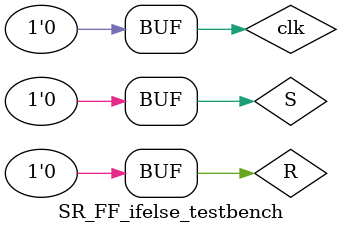
<source format=v>
`timescale 1ns / 1ps

module SR_FF_ifelse_testbench;
    reg S,R,clk;   
    wire Q,Qbar;
    SR_FF_ifelse_design uut(S,R,clk,Q,Qbar);
        initial begin
            clk = 0; 
            repeat(70) #2 clk = ~clk;
        end
        
        initial begin
            #0 {S,R} = 2'b10;
            #10 {S,R} = 2'b00;
            #10 {S,R} = 2'b01;
            #10 {S,R} = 2'b10;
            #10 {S,R} = 2'b11;
            #10 {S,R} = 2'b01;
            #10 {S,R} = 2'b00;
            #10 {S,R} = 2'b10;
            #10 {S,R} = 2'b11;
            #10 {S,R} = 2'b10;
            #10 {S,R} = 2'b00;
            #10 {S,R} = 2'b10;
            #10 {S,R} = 2'b11;
            #10 {S,R} = 2'b10;
            #10 {S,R} = 2'b00;
        end
endmodule
</source>
